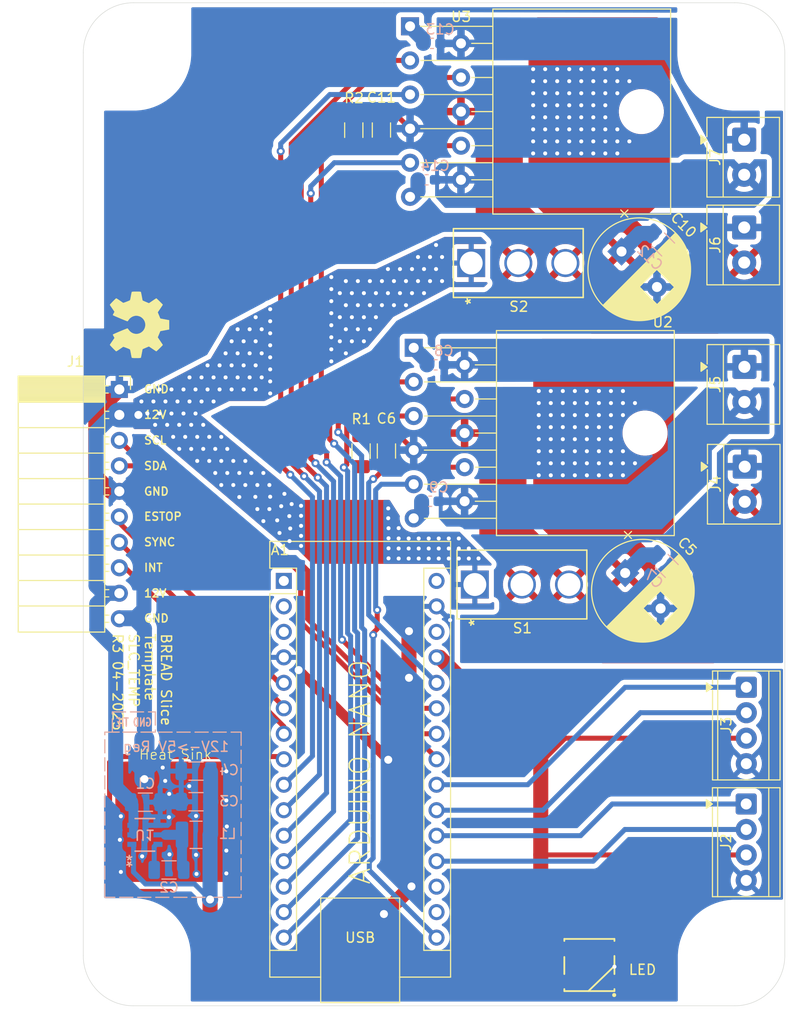
<source format=kicad_pcb>
(kicad_pcb (version 20241229) (generator "pcbnew") (generator_version "9.0")
  (layers (0 "F.Cu" signal) (2 "B.Cu" signal) (13 "F.Paste" user) (15 "B.Paste" user) (5 "F.SilkS" user "F.Silkscreen") (7 "B.SilkS" user "B.Silkscreen") (1 "F.Mask" user) (3 "B.Mask" user) (25 "Edge.Cuts" user))
  (net 0 "")
  (net 3 "/BR2")
  (net 4 "/LED")
  (net 5 "/I2C_CLK")
  (net 6 "GND")
  (net 7 "/I2C_DAT")
  (net 8 "/DIR2")
  (net 9 "/SYNC")
  (net 11 "/PWM2")
  (net 14 "/B2")
  (net 15 "/CSENS1")
  (net 16 "+12V")
  (net 17 "/INT")
  (net 18 "/A2")
  (net 19 "/ESTOP")
  (net 20 "/B1")
  (net 21 "/BR1")
  (net 22 "/CSENS2")
  (net 23 "/PWM1")
  (net 24 "+5V")
  (net 25 "/DIR1")
  (net 26 "Net-(U1-SW)")
  (net 27 "Net-(U1-BST)")
  (net 30 "/THRM1")
  (net 31 "/THRM2")
  (net 32 "/A1")
  (net 33 "GNDPWR")
  (net 34 "/Motor Driver LMD185001/VS")
  (net 35 "/Motor Driver LMD185001/OUTPUT1")
  (net 36 "/Motor Driver LMD185001/CBOOT1")
  (net 37 "/Motor Driver LMD185001/OUTPUT2")
  (net 38 "/Motor Driver LMD185001/CBOOT2")
  (net 39 "/Motor Driver LMD185002/VS")
  (net 40 "/Motor Driver LMD185002/OUTPUT1")
  (net 41 "/Motor Driver LMD185002/CBOOT1")
  (net 42 "/Motor Driver LMD185002/CBOOT2")
  (net 43 "/Motor Driver LMD185002/OUTPUT2")
  (net 44 "/Motor Driver LMD185001/+VDC")
  (net 45 "/Motor Driver LMD185002/+VDC")
  (footprint "MountingHole:MountingHole_5mm" (layer "F.Cu") (at 127.6 44.8)
    (property "Reference" "H1" (hide yes))
    (property "Value" "MountingHole")
  )
  (footprint "MountingHole:MountingHole_5mm" (layer "F.Cu") (at 187.6 44.8)
    (property "Reference" "H3" (hide yes))
    (property "Value" "MountingHole")
  )
  (footprint "MountingHole:MountingHole_5mm" (layer "F.Cu") (at 127.6 134.8)
    (property "Reference" "H2" (hide yes))
    (property "Value" "MountingHole")
  )
  (footprint "MountingHole:MountingHole_5mm" (layer "F.Cu") (at 187.6 134.8)
    (property "Reference" "H4" (hide yes))
    (property "Value" "MountingHole")
  )
  (footprint "KMLib_Boards_Modules:Arduino_Nano_Headers" (layer "F.Cu") (at 142.61 97.44)
    (property "Reference" "A1")
    (property "Value" "Arduino_Nano_v3.x")
  )
  (footprint "Symbol:OSHW-Symbol_6.7x6mm_SilkScreen" (layer "F.Cu") (at 128.2 71.9 -90)
    (property "Reference" "Logo1" (hide yes))
    (property "Value" "Logo_Open_Hardware_Small" (hide yes))
  )
  (footprint "Connector_PinSocket_2.54mm:PinSocket_1x10_P2.54mm_Horizontal" (layer "F.Cu") (at 126.2 78.35)
    (property "Reference" "J1")
    (property "Value" "Conn_01x10_Socket")
  )
  (footprint "TerminalBlock_TE-Connectivity:TerminalBlock_TE_282834-4_1x04_P2.54mm_Horizontal" (layer "F.Cu") (at 188.76 108.04 -90)
    (property "Reference" "J3")
    (property "Value" "Screw_Terminal_01x04")
  )
  (footprint "Capacitor_THT:CP_Radial_D10.0mm_P5.00mm" (layer "F.Cu") (at 176.670692 96.65 -45)
    (property "Reference" "C5")
    (property "Value" "220uF_T")
  )
  (footprint "Capacitor_SMD:C_1206_3216Metric_Pad1.33x1.80mm_HandSolder" (layer "F.Cu") (at 152.85 84.4875 90)
    (property "Reference" "C6")
    (property "Value" "1u")
  )
  (footprint "Package_TO_SOT_THT:TO-220-11_P3.4x5.08mm_StaggerOdd_Lead8.45mm_TabDown" (layer "F.Cu") (at 155.208301 42.15 -90)
    (property "Reference" "U3")
    (property "Value" "LMD18200T_NOPB")
  )
  (footprint "SparkFun-LED:WS2812-5050-4PIN" (layer "F.Cu") (at 173.1 135.732769)
    (property "Reference" "D1")
    (property "Value" "WS2812B_5050")
  )
  (footprint "Resistor_SMD:R_1206_3216Metric_Pad1.30x1.75mm_HandSolder" (layer "F.Cu") (at 150.319308 84.5 90)
    (property "Reference" "R1")
    (property "Value" "4.42k")
  )
  (footprint "Resistor_SMD:R_1206_3216Metric_Pad1.30x1.75mm_HandSolder" (layer "F.Cu") (at 149.591699 52.5 90)
    (property "Reference" "R2")
    (property "Value" "4.42k")
  )
  (footprint "kml-custom:SW_Slide-CK-1101M2S3CQE2" (layer "F.Cu") (at 161.308301 65.75 90)
    (property "Reference" "S2")
    (property "Value" "1101M2S3CQE2")
  )
  (footprint "Package_TO_SOT_THT:TO-220-11_P3.4x5.08mm_StaggerOdd_Lead8.45mm_TabDown" (layer "F.Cu") (at 155.570692 74.2 -90)
    (property "Reference" "U2")
    (property "Value" "LMD18200T_NOPB")
  )
  (footprint "TerminalBlock_4Ucon:TerminalBlock_4Ucon_1x02_P3.50mm_Horizontal" (layer "F.Cu") (at 188.55 62.2 -90)
    (property "Reference" "J6")
    (property "Value" "Screw_Terminal_01x02")
  )
  (footprint "kml-custom:Thermal Pad" (layer "F.Cu") (at 131.8 121.45)
    (property "Reference" "HS1")
    (property "Value" "Heatsink_Pad")
  )
  (footprint "TerminalBlock_4Ucon:TerminalBlock_4Ucon_1x02_P3.50mm_Horizontal" (layer "F.Cu") (at 188.55 53.45 -90)
    (property "Reference" "J7")
    (property "Value" "Screw_Terminal_01x02")
  )
  (footprint "kml-custom:SW_Slide-CK-1101M2S3CQE2" (layer "F.Cu") (at 161.670692 97.8 90)
    (property "Reference" "S1")
    (property "Value" "1101M2S3CQE2")
  )
  (footprint "TerminalBlock_4Ucon:TerminalBlock_4Ucon_1x02_P3.50mm_Horizontal" (layer "F.Cu") (at 188.570692 76.1 -90)
    (property "Reference" "J5")
    (property "Value" "Screw_Terminal_01x02")
  )
  (footprint "Capacitor_THT:CP_Radial_D10.0mm_P5.00mm" (layer "F.Cu") (at 176.308301 64.6 -45)
    (property "Reference" "C10")
    (property "Value" "220uF_T")
  )
  (footprint "TerminalBlock_TE-Connectivity:TerminalBlock_TE_282834-4_1x04_P2.54mm_Horizontal" (layer "F.Cu") (at 188.75 119.68 -90)
    (property "Reference" "J2")
    (property "Value" "Screw_Terminal_01x04")
  )
  (footprint "TerminalBlock_4Ucon:TerminalBlock_4Ucon_1x02_P3.50mm_Horizontal" (layer "F.Cu") (at 188.603192 86.05 -90)
    (property "Reference" "J4")
    (property "Value" "Screw_Terminal_01x02")
  )
  (footprint "Capacitor_SMD:C_1206_3216Metric_Pad1.33x1.80mm_HandSolder" (layer "F.Cu") (at 152.35 52.4875 90)
    (property "Reference" "C11")
    (property "Value" "1u")
  )
  (footprint "NetTie:NetTie-2_SMD_Pad2.0mm" (layer "B.Cu") (at 128.7 115.2 90)
    (property "Reference" "NT1" (hide yes))
    (property "Value" "NetTie_2" (hide yes))
  )
  (footprint "Capacitor_SMD:C_1206_3216Metric" (layer "B.Cu") (at 128.8 119.5 180)
    (property "Reference" "C1")
    (property "Value" "22uF")
  )
  (footprint "Capacitor_SMD:C_0603_1608Metric_Pad1.08x0.95mm_HandSolder" (layer "B.Cu") (at 157.395801 43.85 180)
    (property "Reference" "C13")
    (property "Value" "10n")
  )
  (footprint "kml-custom:SOIC_05WU-7_DIO" (layer "B.Cu") (at 128.75 122.755)
    (property "Reference" "U1")
    (property "Value" "AP63205")
  )
  (footprint "Capacitor_SMD:C_0603_1608Metric_Pad1.08x0.95mm_HandSolder" (layer "B.Cu") (at 157.758192 75.9 180)
    (property "Reference" "C8")
    (property "Value" "10n")
  )
  (footprint "Capacitor_SMD:C_1206_3216Metric" (layer "B.Cu") (at 131.15 126.255 180)
    (property "Reference" "C2")
    (property "Value" "100nF")
  )
  (footprint "Capacitor_SMD:C_1206_3216Metric" (layer "B.Cu") (at 133.85 119.455)
    (property "Reference" "C3")
    (property "Value" "22uF")
  )
  (footprint "Capacitor_SMD:C_1206_3216Metric" (layer "B.Cu") (at 133.85 116.4)
    (property "Reference" "C4")
    (property "Value" "22uF")
  )
  (footprint "Capacitor_SMD:C_0603_1608Metric_Pad1.08x0.95mm_HandSolder" (layer "B.Cu") (at 157.220692 89.5)
    (property "Reference" "C9")
    (property "Value" "10n")
  )
  (footprint "Capacitor_SMD:C_1206_3216Metric_Pad1.33x1.80mm_HandSolder" (layer "B.Cu") (at 180.458301 63.9 -45)
    (property "Reference" "C12")
    (property "Value" "1u")
  )
  (footprint "Inductor_SMD:L_1210_3225Metric" (layer "B.Cu") (at 133.85 122.755)
    (property "Reference" "L1")
    (property "Value" "4.7uH")
  )
  (footprint "Capacitor_SMD:C_1206_3216Metric_Pad1.33x1.80mm_HandSolder" (layer "B.Cu") (at 180.820692 95.95 -45)
    (property "Reference" "C7")
    (property "Value" "1u")
  )
  (footprint "Capacitor_SMD:C_0603_1608Metric_Pad1.08x0.95mm_HandSolder" (layer "B.Cu") (at 156.858301 57.45)
    (property "Reference" "C14")
    (property "Value" "10n")
  )
  (gr_rect (start 125.5 110.5) (end 129.79 112.51) (stroke (width 0.12) (type dash)) (fill no) (layer "B.SilkS"))
  (gr_rect (start 124.75 112.516) (end 138.35 128.984) (stroke (width 0.12) (type dash)) (fill no) (layer "B.SilkS"))
  (gr_line (start 192.6 44.8) (end 192.6 94.8) (stroke (width 0.05)) (layer "Edge.Cuts"))
  (gr_arc (start 187.6 39.8) (mid 191.135534 41.264466) (end 192.6 44.8) (stroke (width 0.05)) (layer "Edge.Cuts"))
  (gr_arc (start 192.6 134.8) (mid 191.135534 138.335534) (end 187.6 139.8) (stroke (width 0.05)) (layer "Edge.Cuts"))
  (gr_line (start 152.6 39.8) (end 187.6 39.8) (stroke (width 0.05)) (layer "Edge.Cuts"))
  (gr_arc (start 122.6 44.8) (mid 124.064466 41.264466) (end 127.6 39.8) (stroke (width 0.05)) (layer "Edge.Cuts"))
  (gr_line (start 192.6 94.8) (end 192.6 134.8) (stroke (width 0.05)) (layer "Edge.Cuts"))
  (gr_line (start 122.6 134.8) (end 122.6 44.8) (stroke (width 0.05)) (layer "Edge.Cuts"))
  (gr_line (start 127.6 39.8) (end 152.6 39.8) (stroke (width 0.05)) (layer "Edge.Cuts"))
  (gr_arc (start 127.6 139.8) (mid 124.064466 138.335534) (end 122.6 134.8) (stroke (width 0.05)) (layer "Edge.Cuts"))
  (gr_line (start 127.6 139.8) (end 187.6 139.8) (stroke (width 0.05)) (layer "Edge.Cuts"))
  (gr_text "INT" (at 129.591428 96.122 0) (layer "F.SilkS") (effects (font (size 0.8 0.8))))
  (gr_text "LED" (at 178.4 136.2 0) (layer "F.SilkS") (effects (font (size 1 1))))
  (gr_text "BREAD Slice\nTemplate\nSLC_TEMP\nR3 04-2025" (at 128.45 102.6 270) (layer "F.SilkS") (effects (font (size 1 1)) (justify left)))
  (gr_text "SYNC" (at 130.22 93.572 0) (layer "F.SilkS") (effects (font (size 0.8 0.8))))
  (gr_text "SDA" (at 129.800952 85.972 0) (layer "F.SilkS") (effects (font (size 0.8 0.8))))
  (gr_text "GND" (at 129.89619 101.172 0) (layer "F.SilkS") (effects (font (size 0.8 0.8))))
  (gr_text "12V" (at 129.781905 98.672 0) (layer "F.SilkS") (effects (font (size 0.8 0.8))))
  (gr_text "ESTOP" (at 130.543809 91.022 0) (layer "F.SilkS") (effects (font (size 0.8 0.8))))
  (gr_text "12V" (at 129.781905 80.872 0) (layer "F.SilkS") (effects (font (size 0.8 0.8))))
  (gr_text "GND" (at 129.89619 88.522 0) (layer "F.SilkS") (effects (font (size 0.8 0.8))))
  (gr_text "SCL" (at 129.781905 83.422 0) (layer "F.SilkS") (effects (font (size 0.8 0.8))))
  (gr_text "ARDUINO NANO" (at 150.22 116.49 90) (layer "F.SilkS") (effects (font (size 2 2))))
  (gr_text "GND" (at 129.89619 78.322 0) (layer "F.SilkS") (effects (font (size 0.8 0.8))))
  (gr_text "12V->5V Reg" (at 131.85 114.555 0) (layer "B.SilkS") (effects (font (size 1 1)) (justify bottom mirror)))
  (gr_text "GND TIE" (at 127.62 112.01 0) (layer "B.SilkS") (effects (font (size 0.8 0.6)) (justify bottom mirror)))
  (segment (start 145.026827 86.164162) (end 144.346947 85.484281) (width 0.5) (layer "F.Cu") (net 3))
  (segment (start 146.001333 87.138667) (end 145.026827 86.164162) (width 0.5) (layer "F.Cu") (net 3))
  (segment (start 144.346947 85.484281) (end 144.346947 54.17146) (width 0.5) (layer "F.Cu") (net 3))
  (segment (start 151.268407 47.25) (end 160.288301 47.25) (width 0.5) (layer "F.Cu") (net 3))
  (segment (start 144.346947 54.17146) (end 151.268407 47.25) (width 0.5) (layer "F.Cu") (net 3))
  (via (at 146.001333 87.138667) (size 0.8) (drill 0.4) (layers "F.Cu" "B.Cu") (net 3))
  (segment (start 146.872 88.009336) (end 146.872 118.578) (width 0.5) (layer "B.Cu") (net 3))
  (segment (start 146.001333 87.138667) (end 146.001333 87.138669) (width 0.5) (layer "B.Cu") (net 3))
  (segment (start 146.001333 87.138669) (end 146.872 88.009336) (width 0.5) (layer "B.Cu") (net 3))
  (segment (start 146.872 118.578) (end 142.61 122.84) (width 0.5) (layer "B.Cu") (net 3))
  (segment (start 160.038301 47) (end 160.288301 47.25) (width 0.5) (layer "B.Cu") (net 3))
  (segment (start 125.225 115.525) (end 125.8 114.95) (width 0.5) (layer "F.Cu") (net 4))
  (segment (start 142.34 114.95) (end 142.61 115.22) (width 0.5) (layer "F.Cu") (net 4))
  (segment (start 177 135.455769) (end 177 138.35) (width 0.5) (layer "F.Cu") (net 4))
  (segment (start 125.8 114.95) (end 142.34 114.95) (width 0.5) (layer "F.Cu") (net 4))
  (segment (start 131.3 128.4) (end 126.2 128.4) (width 0.5) (layer "F.Cu") (net 4))
  (segment (start 176.3 139.05) (end 139.352944 139.05) (width 0.5) (layer "F.Cu") (net 4))
  (segment (start 175.677 134.132769) (end 177 135.455769) (width 0.5) (layer "F.Cu") (net 4))
  (segment (start 125.225 127.425) (end 125.225 115.525) (width 0.5) (layer "F.Cu") (net 4))
  (segment (start 142.61 115.22) (end 142.69 115.22) (width 0.5) (layer "F.Cu") (net 4))
  (segment (start 134.05 131.15) (end 131.3 128.4) (width 0.5) (layer "F.Cu") (net 4))
  (segment (start 139.352944 139.05) (end 134.05 133.747056) (width 0.5) (layer "F.Cu") (net 4))
  (segment (start 134.05 133.747056) (end 134.05 131.15) (width 0.5) (layer "F.Cu") (net 4))
  (segment (start 177 138.35) (end 176.3 139.05) (width 0.5) (layer "F.Cu") (net 4))
  (segment (start 126.2 128.4) (end 125.225 127.425) (width 0.5) (layer "F.Cu") (net 4))
  (segment (start 144.99 96.398636) (end 144.99 101.24) (width 0.5) (layer "F.Cu") (net 5))
  (segment (start 126.2 83.43) (end 137.909 95.139) (width 0.5) (layer "F.Cu") (net 5))
  (segment (start 144.99 101.24) (end 156.43 112.68) (width 0.5) (layer "F.Cu") (net 5))
  (segment (start 156.43 112.68) (end 157.85 112.68) (width 0.5) (layer "F.Cu") (net 5))
  (segment (start 137.909 95.139) (end 143.730364 95.139) (width 0.5) (layer "F.Cu") (net 5))
  (segment (start 143.730364 95.139) (end 144.99 96.398636) (width 0.5) (layer "F.Cu") (net 5))
  (segment (start 175.6 135.9) (end 175.6 137.255769) (width 0.5) (layer "F.Cu") (net 6))
  (segment (start 153.03 115.27) (end 144.09 106.33) (width 1) (layer "F.Cu") (net 6))
  (segment (start 155.1 107.1) (end 155.1 102.45) (width 1.5) (layer "F.Cu") (net 6))
  (segment (start 155.35 127.9) (end 152.6 130.65) (width 1.5) (layer "F.Cu") (net 6))
  (via (at 144.09 106.33) (size 1.2) (drill 0.8) (layers "F.Cu" "B.Cu") (net 6))
  (via (at 133.85 120.875) (size 0.8) (drill 0.4) (layers "F.Cu" "B.Cu") (net 6))
  (via (at 133.85 124.75) (size 0.8) (drill 0.4) (layers "F.Cu" "B.Cu") (net 6))
  (via (at 136.875 116.425) (size 0.8) (drill 0.4) (layers "F.Cu" "B.Cu") (net 6))
  (via (at 126.35 126.455) (size 0.8) (drill 0.4) (layers "F.Cu" "B.Cu") (net 6))
  (via (at 152.6 130.65) (size 1.2) (drill 0.8) (layers "F.Cu" "B.Cu") (net 6))
  (via (at 128.7 117.2) (size 1.6) (drill 0.8) (layers "F.Cu" "B.Cu") (net 6))
  (via (at 130.775 117.375) (size 0.8) (drill 0.4) (layers "F.Cu" "B.Cu") (net 6))
  (via (at 136.875 126.6) (size 0.8) (drill 0.4) (layers "F.Cu" "B.Cu") (net 6))
  (via (at 131.175 118.675) (size 0.8) (drill 0.4) (layers "F.Cu" "B.Cu") (net 6))
  (via (at 155.1 107.1) (size 1.2) (drill 0.8) (layers "F.Cu" "B.Cu") (net 6))
  (via (at 153.03 115.27) (size 1.2) (drill 0.8) (layers "F.Cu" "B.Cu") (net 6))
  (via (at 133.175 117.9) (size 0.8) (drill 0.4) (layers "F.Cu" "B.Cu") (net 6))
  (via (at 136.925 121.92) (size 0.8) (drill 0.4) (layers "F.Cu" "B.Cu") (net 6))
  (via (at 130.525 116.05) (size 0.8) (drill 0.4) (layers "F.Cu" "B.Cu") (net 6))
  (via (at 133.9 126.65) (size 0.8) (drill 0.4) (layers "F.Cu" "B.Cu") (net 6))
  (via (at 175.6 135.9) (size 0.8) (drill 0.4) (layers "F.Cu" "B.Cu") (net 6))
  (via (at 155.35 127.9) (size 1.2) (drill 0.8) (layers "F.Cu" "B.Cu") (net 6))
  (via (at 126.25 123.25) (size 0.8) (drill 0.4) (layers "F.Cu" "B.Cu") (net 6))
  (via (at 136.875 124.325) (size 0.8) (drill 0.4) (layers "F.Cu" "B.Cu") (net 6))
  (via (at 126.35 120.9) (size 0.8) (drill 0.4) (layers "F.Cu" "B.Cu") (net 6))
  (via (at 136.875 119.325) (size 0.8) (drill 0.4) (layers "F.Cu" "B.Cu") (net 6))
  (via (at 155.1 102.45) (size 1.2) (drill 0.8) (layers "F.Cu" "B.Cu") (net 6))
  (via (at 131.15 121) (size 0.8) (drill 0.4) (layers "F.Cu" "B.Cu") (net 6))
  (via (at 131.2 124.7) (size 0.8) (drill 0.4) (layers "F.Cu" "B.Cu") (net 6))
  (via (at 159.2 101.35) (size 0.8) (drill 0.4) (layers "F.Cu" "B.Cu") (net 6))
  (via (at 128.475 124.9) (size 0.8) (drill 0.4) (layers "F.Cu" "B.Cu") (net 6))
  (segment (start 129.8875 121.805) (end 128.8 121.805) (width 0.5) (layer "B.Cu") (net 6))
  (segment (start 128.8 121.805) (end 128.75 121.855) (width 0.5) (layer "B.Cu") (net 6))
  (segment (start 130.32 119.455) (end 132.375 119.455) (width 1.5) (layer "B.Cu") (net 6))
  (segment (start 131.105 120.955) (end 129.85 120.955) (width 0.5) (layer "B.Cu") (net 6))
  (segment (start 128.95 120.955) (end 128.75 121.155) (width 0.5) (layer "B.Cu") (net 6))
  (segment (start 128.75 124.625) (end 128.475 124.9) (width 0.5) (layer "B.Cu") (net 6))
  (segment (start 157.85 100) (end 159.2 101.35) (width 0.5) (layer "B.Cu") (net 6))
  (segment (start 131 121.805) (end 131.15 121.655) (width 0.5) (layer "B.Cu") (net 6))
  (segment (start 129.85 121.7675) (end 129.8875 121.805) (width 0.5) (layer "B.Cu") (net 6))
  (segment (start 129.85 120.955) (end 128.95 120.955) (width 0.5) (layer "B.Cu") (net 6))
  (segment (start 157.85 99.98) (end 157.85 100) (width 0.5) (layer "B.Cu") (net 6))
  (segment (start 131.15 119.455) (end 131.15 120.255) (width 0.5) (layer "B.Cu") (net 6))
  (segment (start 131.15 119.455) (end 131.15 118.755) (width 0.5) (layer "B.Cu") (net 6))
  (segment (start 128.75 121.855) (end 128.75 124.625) (width 0.5) (layer "B.Cu") (net 6))
  (segment (start 131.15 121) (end 131.105 120.955) (width 0.5) (layer "B.Cu") (net 6))
  (segment (start 128.75 121.155) (end 128.75 121.855) (width 0.5) (layer "B.Cu") (net 6))
  (segment (start 131.15 121.655) (end 131.15 120.255) (width 0.5) (layer "B.Cu") (net 6))
  (segment (start 130.275 119.5) (end 130.32 119.455) (width 1.5) (layer "B.Cu") (net 6))
  (segment (start 129.8875 121.805) (end 131 121.805) (width 0.5) (layer "B.Cu") (net 6))
  (segment (start 129.85 120.955) (end 129.85 121.7675) (width 0.5) (layer "B.Cu") (net 6))
  (segment (start 131.15 121) (end 131.15 120.255) (width 0.5) (layer "B.Cu") (net 6))
  (segment (start 144.289 101.530364) (end 144.289 96.719) (width 0.5) (layer "F.Cu") (net 7))
  (segment (start 137.57 95.84) (end 127.7 85.97) (width 0.5) (layer "F.Cu") (net 7))
  (segment (start 157.85 115.091364) (end 144.289 101.530364) (width 0.5) (layer "F.Cu") (net 7))
  (segment (start 127.7 85.97) (end 126.2 85.97) (width 0.5) (layer "F.Cu") (net 7))
  (segment (start 144.289 96.719) (end 143.41 95.84) (width 0.5) (layer "F.Cu") (net 7))
  (segment (start 157.85 115.22) (end 157.85 115.091364) (width 0.5) (layer "F.Cu") (net 7))
  (segment (start 143.41 95.84) (end 137.57 95.84) (width 0.5) (layer "F.Cu") (net 7))
  (segment (start 144.636803 86.976221) (end 143.35 85.689418) (width 0.5) (layer "F.Cu") (net 8))
  (segment (start 143.35 85.689418) (end 143.35 53.85) (width 0.5) (layer "F.Cu") (net 8))
  (segment (start 151.65 45.55) (end 155.208301 45.55) (width 0.5) (layer "F.Cu") (net 8))
  (segment (start 144.636803 87.001249) (end 144.636803 86.976221) (width 0.5) (layer "F.Cu") (net 8))
  (segment (start 143.35 53.85) (end 151.65 45.55) (width 0.5) (layer "F.Cu") (net 8))
  (via (at 144.636803 87.001249) (size 0.8) (drill 0.4) (layers "F.Cu" "B.Cu") (net 8))
  (segment (start 146.171 116.739) (end 142.61 120.3) (width 0.5) (layer "B.Cu") (net 8))
  (segment (start 144.661831 87.001249) (end 146.171 88.510418) (width 0.5) (layer "B.Cu") (net 8))
  (segment (start 146.171 88.510418) (end 146.171 116.739) (width 0.5) (layer "B.Cu") (net 8))
  (segment (start 144.636803 87.001249) (end 144.661831 87.001249) (width 0.5) (layer "B.Cu") (net 8))
  (segment (start 142.61 111.96) (end 142.61 112.68) (width 0.5) (layer "F.Cu") (net 9))
  (segment (start 126.2 96.13) (end 126.78 96.13) (width 0.5) (layer "F.Cu") (net 9))
  (segment (start 126.78 96.13) (end 142.61 111.96) (width 0.5) (layer "F.Cu") (net 9))
  (segment (start 142.3 85.9) (end 142.3 54.6) (width 0.5) (layer "F.Cu") (net 11))
  (segment (start 143.255 86.855) (end 142.3 85.9) (width 0.5) (layer "F.Cu") (net 11))
  (via (at 142.3 54.6) (size 0.8) (drill 0.4) (layers "F.Cu" "B.Cu") (net 11))
  (via (at 143.255 86.855) (size 0.8) (drill 0.4) (layers "F.Cu" "B.Cu") (net 11))
  (segment (start 142.3 53.85) (end 147.2 48.95) (width 0.5) (layer "B.Cu") (net 11))
  (segment (start 143.255 86.855) (end 145.47 89.07) (width 0.5) (layer "B.Cu") (net 11))
  (segment (start 145.47 114.9) (end 142.61 117.76) (width 0.5) (layer "B.Cu") (net 11))
  (segment (start 145.47 89.07) (end 145.47 114.9) (width 0.5) (layer "B.Cu") (net 11))
  (segment (start 147.2 48.95) (end 155.208301 48.95) (width 0.5) (layer "B.Cu") (net 11))
  (segment (start 142.3 54.6) (end 142.3 53.85) (width 0.5) (layer "B.Cu") (net 11))
  (segment (start 157.85 120.3) (end 168.47 120.3) (width 0.5) (layer "B.Cu") (net 14))
  (segment (start 168.47 120.3) (end 178.19 110.58) (width 0.5) (layer "B.Cu") (net 14))
  (segment (start 178.19 110.58) (end 188.76 110.58) (width 0.5) (layer "B.Cu") (net 14))
  (segment (start 151.53 87.28) (end 151.62 87.28) (width 0.5) (layer "F.Cu") (net 15))
  (segment (start 152.9 86.1) (end 152.85 86.05) (width 0.5) (layer "F.Cu") (net 15))
  (segment (start 152.85 86.05) (end 150.319308 86.05) (width 0.5) (layer "F.Cu") (net 15))
  (segment (start 160.650692 86.1) (end 152.9 86.1) (width 0.5) (layer "F.Cu") (net 15))
  (segment (start 151.62 87.28) (end 152.85 86.05) (width 0.5) (layer "F.Cu") (net 15))
  (via (at 151.53 87.28) (size 0.8) (drill 0.4) (layers "F.Cu" "B.Cu") (net 15))
  (segment (start 151.078 100.828) (end 157.85 107.6) (width 0.5) (layer "B.Cu") (net 15))
  (segment (start 151.48 87.28) (end 151.078 87.682) (width 0.5) (layer "B.Cu") (net 15))
  (segment (start 151.078 87.682) (end 151.078 100.828) (width 0.5) (layer "B.Cu") (net 15))
  (segment (start 151.53 87.28) (end 151.48 87.28) (width 0.5) (layer "B.Cu") (net 15))
  (via (at 139.77 89.06) (size 0.8) (drill 0.4) (layers "F.Cu" "B.Cu") (net 16))
  (via (at 161.07 95.21) (size 0.8) (drill 0.4) (layers "F.Cu" "B.Cu") (net 16))
  (via (at 136.8 77.15) (size 0.8) (drill 0.4) (layers "F.Cu" "B.Cu") (net 16))
  (via (at 153 66.35) (size 0.8) (drill 0.4) (layers "F.Cu" "B.Cu") (net 16))
  (via (at 129.6 79.55) (size 0.8) (drill 0.4) (layers "F.Cu" "B.Cu") (net 16))
  (via (at 132.6 78.35) (size 0.8) (drill 0.4) (layers "F.Cu" "B.Cu") (net 16))
  (via (at 153.06 93.19) (size 0.8) (drill 0.4) (layers "F.Cu" "B.Cu") (net 16))
  (via (at 158.07 93.21) (size 0.8) (drill 0.4) (layers "F.Cu" "B.Cu") (net 16))
  (via (at 156 67.55) (size 0.8) (drill 0.4) (layers "F.Cu" "B.Cu") (net 16))
  (via (at 160.07 93.21) (size 0.8) (drill 0.4) (layers "F.Cu" "B.Cu") (net 16))
  (via (at 148.2 71.15) (size 0.8) (drill 0.4) (layers "F.Cu" "B.Cu") (net 16))
  (via (at 129 80.75) (size 0.8) (drill 0.4) (layers "F.Cu" "B.Cu") (net 16))
  (via (at 154.8 69.95) (size 0.8) (drill 0.4) (layers "F.Cu" "B.Cu") (net 16))
  (via (at 158.07 94.21) (size 0.8) (drill 0.4) (layers "F.Cu" "B.Cu") (net 16))
  (via (at 135.77 84.28) (size 0.8) (drill 0.4) (layers "F.Cu" "B.Cu") (net 16))
  (via (at 140.57 91.48) (size 0.8) (drill 0.4) (layers "F.Cu" "B.Cu") (net 16))
  (via (at 137.4 73.55) (size 0.8) (drill 0.4) (layers "F.Cu" "B.Cu") (net 16))
  (via (at 154.2 68.75) (size 0.8) (drill 0.4) (layers "F.Cu" "B.Cu") (net 16))
  (via (at 150 69.95) (size 0.8) (drill 0.4) (layers "F.Cu" "B.Cu") (net 16))
  (via (at 153.03 90.21) (size 0.8) (drill 0.4) (layers "F.Cu" "B.Cu") (net 16))
  (via (at 142.35 89.99) (size 0.8) (drill 0.4) (layers "F.Cu" "B.Cu") (net 16))
  (via (at 153.06 94.19) (size 0.8) (drill 0.4) (layers "F.Cu" "B.Cu") (net 16))
  (via (at 157.8 66.35) (size 0.8) (drill 0.4) (layers "F.Cu" "B.Cu") (net 16))
  (via (at 139.2 77.15) (size 0.8) (drill 0.4) (layers "F.Cu" "B.Cu") (net 16))
  (via (at 147.35 75.55) (size 0.8) (drill 0.4) (layers "F.Cu" "B.Cu") (net 16))
  (via (at 136.37 83.08) (size 0.8) (drill 0.4) (layers "F.Cu" "B.Cu") (net 16))
  (via (at 154.07 92.18) (size 0.8) (drill 0.4) (layers "F.Cu" "B.Cu") (net 16))
  (via (at 132.6 80.75) (size 0.8) (drill 0.4) (layers "F.Cu" "B.Cu") (net 16))
  (via (at 141.25 77.55) (size 0.8) (drill 0.4) (layers "F.Cu" "B.Cu") (net 16))
  (via (at 153.06 95.19) (size 0.8) (drill 0.4) (layers "F.Cu" "B.Cu") (net 16))
  (via (at 132 79.55) (size 0.8) (drill 0.4) (layers "F.Cu" "B.Cu") (net 16))
  (via (at 139.37 86.68) (size 0.8) (drill 0.4) (layers "F.Cu" "B.Cu") (net 16))
  (via (at 147.35 70.75) (size 0.8) (drill 0.4) (layers "F.Cu" "B.Cu") (net 16))
  (via (at 158.4 67.55) (size 0.8) (drill 0.4) (layers "F.Cu" "B.Cu") (net 16))
  (via (at 141.25 73.95) (size 0.8) (drill 0.4) (layers "F.Cu" "B.Cu") (net 16))
  (via (at 134.57 81.88) (size 0.8) (drill 0.4) (layers "F.Cu" "B.Cu") (net 16))
  (via (at 141.25 70.35) (size 0.8) (drill 0.4) (layers "F.Cu" "B.Cu") (net 16))
  (via (at 150.6 68.75) (size 0.8) (drill 0.4) (layers "F.Cu" "B.Cu") (net 16))
  (via (at 157.2 65.15) (size 0.8) (drill 0.4) (layers "F.Cu" "B.Cu") (net 16))
  (via (at 133.37 84.28) (size 0.8) (drill 0.4) (layers "F.Cu" "B.Cu") (net 16))
  (via (at 154.07 93.21) (size 0.8) (drill 0.4) (layers "F.Cu" "B.Cu") (net 16))
  (via (at 144.33 92.95) (size 0.8) (drill 0.4) (layers "F.Cu" "B.Cu") (net 16))
  (via (at 133.2 79.55) (size 0.8) (drill 0.4) (layers "F.Cu" "B.Cu") (net 16))
  (via (at 141.17 87.88) (size 0.8) (drill 0.4) (layers "F.Cu" "B.Cu") (net 16))
  (via (at 157.07 94.21) (size 0.8) (drill 0.4) (layers "F.Cu" "B.Cu") (net 16))
  (via (at 143.39 89.78) (size 0.8) (drill 0.4) (layers "F.Cu" "B.Cu") (net 16))
  (via (at 155.07 95.21) (size 0.8) (drill 0.4) (layers "F.Cu" "B.Cu") (net 16))
  (via (at 136.2 78.35) (size 0.8) (drill 0.4) (layers "F.Cu" "B.Cu") (net 16))
  (via (at 136.97 86.68) (size 0.8) (drill 0.4) (layers "F.Cu" "B.Cu") (net 16))
  (via (at 135.77 86.68) (size 0.8) (drill 0.4) (layers "F.Cu" "B.Cu") (net 16))
  (via (at 141.25 89.05) (size 0.8) (drill 0.4) (layers "F.Cu" "B.Cu") (net 16))
  (via (at 150 72.35) (size 0.8) (drill 0.4) (layers "F.Cu" "B.Cu") (net 16))
  (via (at 135.6 79.55) (size 0.8) (drill 0.4) (layers "F.Cu" "B.Cu") (net 16))
  (via (at 153.03 91.19) (size 0.8) (drill 0.4) (layers "F.Cu" "B.Cu") (net 16))
  (via (at 132.17 84.28) (size 0.8) (drill 0.4) (layers "F.Cu" "B.Cu") (net 16))
  (via (at 129.77 81.88) (size 0.8) (drill 0.4) (layers "F.Cu" "B.Cu") (net 16))
  (via (at 136.37 85.48) (size 0.8) (drill 0.4) (layers "F.Cu" "B.Cu") (net 16))
  (via (at 157.07 93.21) (size 0.8) (drill 0.4) (layers "F.Cu" "B.Cu") (net 16))
  (via (at 151.2 69.95) (size 0.8) (drill 0.4) (layers "F.Cu" "B.Cu") (net 16))
  (via (at 156.07 95.21) (size 0.8) (drill 0.4) (layers "F.Cu" "B.Cu") (net 16))
  (via (at 132.17 81.88) (size 0.8) (drill 0.4) (layers "F.Cu" "B.Cu") (net 16))
  (via (at 142.18 92.66) (size 0.8) (drill 0.4) (layers "F.Cu" "B.Cu") (net 16))
  (via (at 143.18 93.47) (size 0.8) (drill 0.4) (layers "F.Cu" "B.Cu") (net 16))
  (via (at 136.2 75.95) (size 0.8) (drill 0.4) (layers "F.Cu" "B.Cu") (net 16))
  (via (at 154.07 94.21) (size 0.8) (drill 0.4) (layers "F.Cu" "B.Cu") (net 16))
  (via (at 136.97 84.28) (size 0.8) (drill 0.4) (layers "F.Cu" "B.Cu") (net 16))
  (via (at 132.77 83.08) (size 0.8) (drill 0.4) (layers "F.Cu" "B.Cu") (net 16))
  (via (at 128.1 80.89) (size 2) (drill 0.8) (layers "F.Cu" "B.Cu") (net 16))
  (via (at 148.8 74.75) (size 0.8) (drill 0.4) (layers "F.Cu" "B.Cu") (net 16))
  (via (at 143.16 90.98) (size 0.8) (drill 0.4) (layers "F.Cu" "B.Cu") (net 16))
  (via (at 147.35 68.35) (size 0.8) (drill 0.4) (layers "F.Cu" "B.Cu") (net 16))
  (via (at 138.17 86.68) (size 0.8) (drill 0.4) (layers "F.Cu" "B.Cu") (net 16))
  (via (at 137.57 87.88) (size 0.8) (drill 0.4) (layers "F.Cu" "B.Cu") (net 16))
  (via (at 156 65.15) (size 0.8) (drill 0.4) (layers "F.Cu" "B.Cu") (net 16))
  (via (at 133.37 81.88) (size 0.8) (drill 0.4) (layers "F.Cu" "B.Cu") (net 16))
  (via (at 138.6 73.55) (size 0.8) (drill 0.4) (layers "F.Cu" "B.Cu") (net 16))
  (via (at 140.57 86.68) (size 0.8) (drill 0.4) (layers "F.Cu" "B.Cu") (net 16))
  (via (at 152.4 69.95) (size 0.8) (drill 0.4) (layers "F.Cu" "B.Cu") (net 16))
  (via (at 135.17 85.48) (size 0.8) (drill 0.4) (layers "F.Cu" "B.Cu") (net 16))
  (via (at 138 74.75) (size 0.8) (drill 0.4) (layers "F.Cu" "B.Cu") (net 16))
  (via (at 161.07 94.21) (size 0.8) (drill 0.4) (layers "F.Cu" "B.Cu") (net 16))
  (via (at 131.4 80.75) (size 0.8) (drill 0.4) (layers "F.Cu" "B.Cu") (net 16))
  (via (at 153.6 69.95) (size 0.8) (drill 0.4) (layers "F.Cu" "B.Cu") (net 16))
  (via (at 147.35 74.35) (size 0.8) (drill 0.4) (layers "F.Cu" "B.Cu") (net 16))
  (via (at 152.4 67.55) (size 0.8) (drill 0.4) (layers "F.Cu" "B.Cu") (net 16))
  (via (at 139.97 90.28) (size 0.8) (drill 0.4) (layers "F.Cu" "B.Cu") (net 16))
  (via (at 141.25 72.75) (size 0.8) (drill 0.4) (layers "F.Cu" "B.Cu") (net 16))
  (via (at 150 67.55) (size 0.8) (drill 0.4) (layers "F.Cu" "B.Cu") (net 16))
  (via (at 135.6 77.15) (size 0.8) (drill 0.4) (layers "F.Cu" "B.Cu") (net 16))
  (via (at 155.4 66.35) (size 0.8) (drill 0.4) (layers "F.Cu" "B.Cu") (net 16))
  (via (at 151.8 71.15) (size 0.8) (drill 0.4) (layers "F.Cu" "B.Cu") (net 16))
  (via (at 139.8 75.95) (size 0.8) (drill 0.4) (layers "F.Cu" "B.Cu") (net 16))
  (via (at 137.4 78.35) (size 0.8) (drill 0.4) (layers "F.Cu" "B.Cu") (net 16))
  (via (at 154.8 67.55) (size 0.8) (drill 0.4) (layers "F.Cu" "B.Cu") (net 16))
  (via (at 135 78.35) (size 0.8) (drill 0.4) (layers "F.Cu" "B.Cu") (net 16))
  (via (at 151.8 68.75) (size 0.8) (drill 0.4) (layers "F.Cu" "B.Cu") (net 16))
  (via (at 156.6 66.35) (size 0.8) (drill 0.4) (layers "F.Cu" "B.Cu") (net 16))
  (via (at 148.2 68.75) (size 0.8) (drill 0.4) (layers "F.Cu" "B.Cu") (net 16))
  (via (at 156.6 68.75) (size 0.8) (drill 0.4) (layers "F.Cu" "B.Cu") (net 16))
  (via (at 141.17 90.28) (size 0.8) (drill 0.4) (layers "F.Cu" "B.Cu") (net 16))
  (via (at 151.2 72.35) (size 0.8) (drill 0.4) (layers "F.Cu" "B.Cu") (net 16))
  (via (at 130.97 81.88) (size 0.8) (drill 0.4) (layers "F.Cu" "B.Cu") (net 16))
  (via (at 137.57 85.48) (size 0.8) (drill 0.4) (layers "F.Cu" "B.Cu") (net 16))
  (via (at 144.33 89.95) (size 0.8) (drill 0.4) (layers "F.Cu" "B.Cu") (net 16))
  (via (at 134.4 77.15) (size 0.8) (drill 0.4) (layers "F.Cu" "B.Cu") (net 16))
  (via (at 131.4 78.35) (size 0.8) (drill 0.4) (layers "F.Cu" "B.Cu") (net 16))
  (via (at 160.07 95.21) (size 0.8) (drill 0.4) (layers "F.Cu" "B.Cu") (net 16))
  (via (at 147.35 73.15) (size 0.8) (drill 0.4) (layers "F.Cu" "B.Cu") (net 16))
  (via (at 133.97 85.48) (size 0.8) (drill 0.4) (layers "F.Cu" "B.Cu") (net 16))
  (via (at 141.25 78.75) (size 0.8) (drill 0.4) (layers "F.Cu" "B.Cu") (net 16))
  (via (at 138.6 78.35) (size 0.8) (drill 0.4) (layers "F.Cu" "B.Cu") (net 16))
  (via (at 139.8 78.35) (size 0.8) (drill 0.4) (layers "F.Cu" "B.Cu") (net 16))
  (via (at 149.4 68.75) (size 0.8) (drill 0.4) (layers "F.Cu" "B.Cu") (net 16))
  (via (at 136.37 87.88) (size 0.8) (drill 0.4) (layers "F.Cu" "B.Cu") (net 16))
  (via (at 133.97 83.08) (size 0.8) (drill 0.4) (layers "F.Cu" "B.Cu") (net 16))
  (via (at 153 68.75) (size 0.8) (drill 0.4) (layers "F.Cu" "B.Cu") (net 16))
  (via (at 134.4 79.55) (size 0.8) (drill 0.4) (layers "F.Cu" "B.Cu") (net 16))
  (via (at 139.8 71.15) (size 0.8) (drill 0.4) (layers "F.Cu" "B.Cu") (net 16))
  (via (at 155.4 68.75) (size 0.8) (drill 0.4) (layers "F.Cu" "B.Cu") (net 16))
  (via (at 139.8 73.55) (size 0.8) (drill 0.4) (layers "F.Cu" "B.Cu") (net 16))
  (via (at 148.8 72.35) (size 0.8) (drill 0.4) (layers "F.Cu" "B.Cu") (net 16))
  (via (at 157.07 95.21) (size 0.8) (drill 0.4) (layers "F.Cu" "B.Cu") (net 16))
  (via (at 133.2 77.15) (size 0.8) (drill 0.4) (layers "F.Cu" "B.Cu") (net 16))
  (via (at 131.57 83.08) (size 0.8) (drill 0.4) (layers "F.Cu" "B.Cu") (net 16))
  (via (at 148.2 73.55) (size 0.8) (drill 0.4) (layers "F.Cu" "B.Cu") (net 16))
  (via (at 150.6 73.55) (size 0.8) (drill 0.4) (layers "F.Cu" "B.Cu") (net 16))
  (via (at 160.07 94.21) (size 0.8) (drill 0.4) (layers "F.Cu" "B.Cu") (net 16))
  (via (at 133.8 78.35) (size 0.8) (drill 0.4) (layers "F.Cu" "B.Cu") (net 16))
  (via (at 155.07 93.21) (size 0.8) (drill 0.4) (layers "F.Cu" "B.Cu") (net 16))
  (via (at 151.2 67.55) (size 0.8) (drill 0.4) (layers "F.Cu" "B.Cu") (net 16))
  (via (at 139.97 87.88) (size 0.8) (drill 0.4) (layers "F.Cu" "B.Cu") (net 16))
  (via (at 139.2 74.75) (size 0.8) (drill 0.4) (layers "F.Cu" "B.Cu") (net 16))
  (via (at 136.8 74.75) (size 0.8) (drill 0.4) (layers "F.Cu" "B.Cu") (net 16))
  (via (at 134.57 84.28) (size 0.8) (drill 0.4) (layers "F.Cu" "B.Cu") (net 16))
  (via (at 144.33 91.95) (size 0.8) (drill 0.4) (layers "F.Cu" "B.Cu") (net 16))
  (via (at 158.07 95.21) (size 0.8) (drill 0.4) (layers "F.Cu" "B.Cu") (net 16))
  (via (at 135 75.95) (size 0.8) (drill 0.4) (layers "F.Cu" "B.Cu") (net 16))
  (via (at 147.35 67.15) (size 0.8) (drill 0.4) (layers "F.Cu" "B.Cu") (net 16))
  (via (at 141.25 75.15) (size 0.8) (drill 0.4) (layers "F.Cu" "B.Cu") (net 16))
  (via (at 142.67 88.76) (size 0.8) (drill 0.4) (layers "F.Cu" "B.Cu") (net 16))
  (via (at 137.4 75.95) (size 0.8) (drill 0.4) (layers "F.Cu" "B.Cu") (net 16))
  (via (at 158.4 65.15) (size 0.8) (drill 0.4) (layers "F.Cu" "B.Cu") (net 16))
  (via (at 139.2 72.35) (size 0.8) (drill 0.4) (layers "F.Cu" "B.Cu") (net 16))
  (via (at 138.17 89.08) (size 0.8) (drill 0.4) (layers "F.Cu" "B.Cu") (net 16))
  (via (at 156.07 94.21) (size 0.8) (drill 0.4) (layers "F.Cu" "B.Cu") (net 16))
  (via (at 149.4 71.15) (size 0.8) (drill 0.4) (layers "F.Cu" "B.Cu") (net 16))
  (via (at 144.33 90.95) (size 0.8) (drill 0.4) (layers "F.Cu" "B.Cu") (net 16))
  (via (at 143.25 92.21) (size 0.8) (drill 0.4) (layers "F.Cu" "B.Cu") (net 16))
  (via (at 138.77 85.48) (size 0.8) (drill 0.4) (layers "F.Cu" "B.Cu") (net 16))
  (via (at 159.07 95.21) (size 0.8) (drill 0.4) (layers "F.Cu" "B.Cu") (net 16))
  (via (at 154.07 95.21) (size 0.8) (drill 0.4) (layers "F.Cu" "B.Cu") (net 16))
  (via (at 130.2 80.75) (size 0.8) (drill 0.4) (layers "F.Cu" "B.Cu") (net 16))
  (via (at 153.6 67.55) (size 0.8) (drill 0.4) (layers "F.Cu" "B.Cu") (net 16))
  (via (at 138 72.35) (size 0.8) (drill 0.4) (layers "F.Cu" "B.Cu") (net 16))
  (via (at 156.07 93.21) (size 0.8) (drill 0.4) (layers "F.Cu" "B.Cu") (net 16))
  (via (at 138.77 87.88) (size 0.8) (drill 0.4) (layers "F.Cu" "B.Cu") (net 16))
  (via (at 140.4 74.75) (size 0.8) (drill 0.4) (layers "F.Cu" "B.Cu") (net 16))
  (via (at 148.8 69.95) (size 0.8) (drill 0.4) (layers "F.Cu" "B.Cu") (net 16))
  (via (at 157.2 67.55) (size 0.8) (drill 0.4) (layers "F.Cu" "B.Cu") (net 16))
  (via (at 159.07 93.21) (size 0.8) (drill 0.4) (layers "F.Cu" "B.Cu") (net 16))
  (via (at 153.06 92.19) (size 0.8) (drill 0.4) (layers "F.Cu" "B.Cu") (net 16))
  (via (at 140.4 72.35) (size 0.8) (drill 0.4) (layers "F.Cu" "B.Cu") (net 16))
  (via (at 141.95 91.4) (size 0.8) (drill 0.4) (layers "F.Cu" "B.Cu") (net 16))
  (via (at 144.33 93.95) (size 0.8) (drill 0.4) (layers "F.Cu" "B.Cu") (net 16))
  (via (at 141.25 71.55) (size 0.8) (drill 0.4) (layers "F.Cu" "B.Cu") (net 16))
  (via (at 162.04 95.2) (size 0.8) (drill 0.4) (layers "F.Cu" "B.Cu") (net 16))
  (via (at 147.35 71.95) (size 0.8) (drill 0.4) (layers "F.Cu" "B.Cu") (net 16))
  (via (at 128.4 79.55) (size 0.8) (drill 0.4) (layers "F.Cu" "B.Cu") (net 16))
  (via (at 133.8 80.75) (size 0.8) (drill 0.4) (layers "F.Cu" "B.Cu") (net 16))
  (via (at 135.17 83.08) (size 0.8) (drill 0.4) (layers "F.Cu" "B.Cu") (net 16))
  (via (at 148.8 67.55) (size 0.8) (drill 0.4) (layers "F.Cu" "B.Cu") (net 16))
  (via (at 140.4 77.15) (size 0.8) (drill 0.4) (layers "F.Cu" "B.Cu") (net 16))
  (via (at 154.2 66.35) (size 0.8) (drill 0.4) (layers "F.Cu" "B.Cu") (net 16))
  (via (at 149.4 73.55) (size 0.8) (drill 0.4) (layers "F.Cu" "B.Cu") (net 16))
  (via (at 130.8 79.55) (size 0.8) (drill 0.4) (layers "F.Cu" "B.Cu") (net 16))
  (via (at 155.07 94.21) (size 0.8) (drill 0.4) (layers "F.Cu" "B.Cu") (net 16))
  (via (at 150.6 71.15) (size 0.8) (drill 0.4) (layers "F.Cu" "B.Cu") (net 16))
  (via (at 157.8 63.95) (size 0.8) (drill 0.4) (layers "F.Cu" "B.Cu") (net 16))
  (via (at 159.07 94.21) (size 0.8) (drill 0.4) (layers "F.Cu" "B.Cu") (net 16))
  (via (at 147.35 69.55) (size 0.8) (drill 0.4) (layers "F.Cu" "B.Cu") (net 16))
  (via (at 138.6 75.95) (size 0.8) (drill 0.4) (layers "F.Cu" "B.Cu") (net 16))
  (via (at 130.2 78.35) (size 0.8) (drill 0.4) (layers "F.Cu" "B.Cu") (net 16))
  (via (at 138 77.15) (size 0.8) (drill 0.4) (layers "F.Cu" "B.Cu") (net 16))
  (via (at 141.25 76.35) (size 0.8) (drill 0.4) (layers "F.Cu" "B.Cu") (net 16))
  (segment (start 125.005 98.67) (end 123.95 99.725) (width 1.5) (layer "B.Cu") (net 16))
  (segment (start 123.95 99.725) (end 123.95 102.3) (width 1.5) (layer "B.Cu") (net 16))
  (segment (start 126.2 80.89) (end 125.56 80.89) (width 1.5) (layer "B.Cu") (net 16))
  (segment (start 128.1 80.89) (end 126.2 80.89) (width 2.5) (layer "B.Cu") (net 16))
  (segment (start 127.6125 119.7875) (end 127.325 119.5) (width 1) (layer "B.Cu") (net 16))
  (segment (start 127.6125 121.805) (end 127.6125 122.705) (width 0.9) (layer "B.Cu") (net 16))
  (segment (start 127.6125 121.805) (end 127.6125 119.7875) (width 1) (layer "B.Cu") (net 16))
  (segment (start 124.62 98.67) (end 126.2 98.67) (width 1.5) (layer "B.Cu") (net 16))
  (segment (start 123.875 82.575) (end 123.875 97.925) (width 1.5) (layer "B.Cu") (net 16))
  (segment (start 126.2 98.67) (end 125.005 98.67) (width 1.5) (layer "B.Cu") (net 16))
  (segment (start 123.95 102.3) (end 125.84 104.19) (width 1.5) (layer "B.Cu") (net 16))
  (segment (start 123.875 97.925) (end 124.62 98.67) (width 1.5) (layer "B.Cu") (net 16))
  (segment (start 125.84 118.015) (end 127.325 119.5) (width 1.5) (layer "B.Cu") (net 16))
  (segment (start 125.56 80.89) (end 123.875 82.575) (width 1.5) (layer "B.Cu") (net 16))
  (segment (start 125.84 104.19) (end 125.84 118.015) (width 1.5) (layer "B.Cu") (net 16))
  (segment (start 126.2 93.59) (end 142.61 110) (width 0.5) (layer "F.Cu") (net 17))
  (segment (start 142.61 110) (end 142.61 110.14) (width 0.5) (layer "F.Cu") (net 17))
  (segment (start 188.76 108.04) (end 176.67 108.04) (width 0.5) (layer "B.Cu") (net 18))
  (segment (start 166.95 117.76) (end 157.85 117.76) (width 0.5) (layer "B.Cu") (net 18))
  (segment (start 176.67 108.04) (end 166.95 117.76) (width 0.5) (layer "B.Cu") (net 18))
  (segment (start 142.15 107.6) (end 142.61 107.6) (width 0.5) (layer "F.Cu") (net 19))
  (segment (start 126.2 91.65) (end 142.15 107.6) (width 0.5) (layer "F.Cu") (net 19))
  (segment (start 126.2 91.05) (end 126.2 91.65) (width 0.5) (layer "F.Cu") (net 19))
  (segment (start 157.85 125.38) (end 173.48 125.38) (width 0.5) (layer "B.Cu") (net 20))
  (segment (start 173.48 125.38) (end 176.64 122.22) (width 0.5) (layer "B.Cu") (net 20))
  (segment (start 176.64 122.22) (end 188.75 122.22) (width 0.5) (layer "B.Cu") (net 20))
  (segment (start 148.04 81.76514) (end 150.50514 79.3) (width 0.5) (layer "F.Cu") (net 21))
  (segment (start 150.50514 79.3) (end 160.650692 79.3) (width 0.5) (layer "F.Cu") (net 21))
  (segment (start 148.04 82.62) (end 148.04 81.76514) (width 0.5) (layer "F.Cu") (net 21))
  (via (at 148.04 82.62) (size 0.8) (drill 0.4) (layers "F.Cu" "B.Cu") (net 21))
  (segment (start 148.04 82.62) (end 150.377 84.957) (width 0.5) (layer "B.Cu") (net 21))
  (segment (start 150.676 124.934) (end 142.61 133) (width 0.5) (layer "B.Cu") (net 21))
  (segment (start 150.377 102.067735) (end 150.676 102.366735) (width 0.5) (layer "B.Cu") (net 21))
  (segment (start 150.377 84.957) (end 150.377 102.067735) (width 0.5) (layer "B.Cu") (net 21))
  (segment (start 150.676 102.366735) (end 150.676 124.934) (width 0.5) (layer "B.Cu") (net 21))
  (segment (start 146.883068 85.616237) (end 146.883068 84.633068) (width 0.5) (layer "F.Cu") (net 22))
  (segment (start 148.423 103.299959) (end 155.263041 110.14) (width 0.5) (layer "F.Cu") (net 22))
  (segment (start 146.883068 84.633068) (end 146.35 84.1) (width 0.5) (layer "F.Cu") (net 22))
  (segment (start 152.35 54.05) (end 160.288301 54.05) (width 0.5) (layer "F.Cu") (net 22))
  (segment (start 155.263041 110.14) (end 157.85 110.14) (width 0.5) (layer "F.Cu") (net 22))
  (segment (start 147.65 54.05) (end 149.591699 54.05) (width 0.5) (layer "F.Cu") (net 22))
  (segment (start 146.35 84.1) (end 146.35 55.35) (width 0.5) (layer "F.Cu") (net 22))
  (segment (start 149.591699 54.05) (end 152.35 54.05) (width 0.5) (layer "F.Cu") (net 22))
  (segment (start 146.35 55.35) (end 147.65 54.05) (width 0.5) (layer "F.Cu") (net 22))
  (via (at 148.423 103.299959) (size 0.8) (drill 0.4) (layers "F.Cu" "B.Cu") (net 22))
  (via (at 146.883068 85.616237) (size 0.8) (drill 0.4) (layers "F.Cu" "B.Cu") (net 22))
  (segment (start 146.883068 85.616237) (end 148.274 87.007169) (width 0.5) (layer "B.Cu") (net 22))
  (segment (start 148.274 103.150959) (end 148.423 103.299959) (width 0.5) (layer "B.Cu") (net 22))
  (segment (start 148.274 87.007169) (end 148.274 103.150959) (width 0.5) (layer "B.Cu") (net 22))
  (segment (start 148.89 85.840271) (end 148.89 81.906504) (width 0.5) (layer "F.Cu") (net 23))
  (segment (start 148.89 81.906504) (end 149.796504 81) (width 0.5) (layer "F.Cu") (net 23))
  (segment (start 148.599592 86.130679) (end 148.89 85.840271) (width 0.5) (layer "F.Cu") (net 23))
  (segment (start 149.796504 81) (end 155.570692 81) (width 0.5) (layer "F.Cu") (net 23))
  (via (at 148.599592 86.130679) (size 0.8) (drill 0.4) (layers "F.Cu" "B.Cu") (net 23))
  (segment (start 149.274 102.947463) (end 149.274 121.256) (width 0.5) (layer "B.Cu") (net 23))
  (segment (start 148.975 86.506087) (end 148.975 102.648463) (width 0.5) (layer "B.Cu") (net 23))
  (segment (start 148.599592 86.130679) (end 148.975 86.506087) (width 0.5) (layer "B.Cu") (net 23))
  (segment (start 149.274 121.256) (end 142.61 127.92) (width 0.5) (layer "B.Cu") (net 23))
  (segment (start 148.975 102.648463) (end 149.274 102.947463) (width 0.5) (layer "B.Cu") (net 23))
  (segment (start 168.25 115.15) (end 158.16 105.06) (width 1.5) (layer "F.Cu") (net 24))
  (segment (start 170.68 113.12) (end 168.65 115.15) (width 0.5) (layer "F.Cu") (net 24))
  (segment (start 168.25 124.74) (end 168.25 115.15) (width 1.5) (layer "F.Cu") (net 24))
  (segment (start 135.25 133.25) (end 139.85 137.85) (width 1.5) (layer "F.Cu") (net 24))
  (segment (start 135.25 129.2) (end 135.25 133.25) (width 1.5) (layer "F.Cu") (net 24))
  (segment (start 170.532769 134.132769) (end 170.523 134.132769) (width 0.5) (layer "F.Cu") (net 24))
  (segment (start 188.75 124.76) (end 168.27 124.76) (width 0.5) (layer "F.Cu") (net 24))
  (segment (start 158.16 105.06) (end 157.85 105.06) (width 1.5) (layer "F.Cu") (net 24))
  (segment (start 168.27 124.76) (end 168.25 124.74) (width 0.5) (layer "F.Cu") (net 24))
  (segment (start 164.2 137.85) (end 168.25 133.8) (width 1.5) (layer "F.Cu") (net 24))
  (segment (start 168.25 133.8) (end 168.25 124.74) (width 1.5) (layer "F.Cu") (net 24))
  (segment (start 168.65 115.15) (end 168.25 115.15) (width 0.5) (layer "F.Cu") (net 24))
  (segment (start 168.582769 134.132769) (end 170.523 134.132769) (width 0.5) (layer "F.Cu") (net 24))
  (segment (start 139.85 137.85) (end 164.2 137.85) (width 1.5) (layer "F.Cu") (net 24))
  (segment (start 168.25 133.8) (end 168.582769 134.132769) (width 0.5) (layer "F.Cu") (net 24))
  (segment (start 188.76 113.12) (end 170.68 113.12) (width 0.5) (layer "F.Cu") (net 24))
  (via (at 135.25 129.2) (size 1.6) (drill 0.8) (layers "F.Cu" "B.Cu") (net 24))
  (segment (start 135.3 116.48) (end 135.3 119.43) (width 1.5) (layer "B.Cu") (net 24))
  (segment (start 135.3 119.43) (end 135.325 119.455) (width 1.5) (layer "B.Cu") (net 24))
  (segment (start 135.25 129.2) (end 133.7 127.65) (width 0.5) (layer "B.Cu") (net 24))
  (segment (start 127.6125 126.4625) (end 127.6125 123.705) (width 0.5) (layer "B.Cu") (net 24))
  (segment (start 128.8 127.65) (end 127.6125 126.4625) (width 0.5) (layer "B.Cu") (net 24))
  (segment (start 135.3 119.48) (end 135.3 122.705) (width 1.5) (layer "B.Cu") (net 24))
  (segment (start 133.7 127.65) (end 128.8 127.65) (width 0.5) (layer "B.Cu") (net 24))
  (segment (start 135.325 122.68) (end 135.25 122.755) (width 1) (layer "B.Cu") (net 24))
  (segment (start 135.25 129.2) (end 135.25 122.755) (width 1.5) (layer "B.Cu") (net 24))
  (segment (start 135.325 119.455) (end 135.3 119.48) (width 1.5) (layer "B.Cu") (net 24))
  (segment (start 135.3 122.705) (end 135.25 122.755) (width 1.5) (layer "B.Cu") (net 24))
  (segment (start 150.22 77.6) (end 155.570692 77.6) (width 0.5) (layer "F.Cu") (net 25))
  (segment (start 147.632198 83.753835) (end 147.19 83.311637) (width 0.5) (layer "F.Cu") (net 25))
  (segment (start 147.19 80.63) (end 150.22 77.6) (width 0.5) (layer "F.Cu") (net 25))
  (segment (start 147.19 83.311637) (end 147.19 80.63) (width 0.5) (layer "F.Cu") (net 25))
  (via (at 147.632198 83.753835) (size 0.8) (drill 0.4) (layers "F.Cu" "B.Cu") (net 25))
  (segment (start 149.975 123.095) (end 142.61 130.46) (width 0.5) (layer "B.Cu") (net 25))
  (segment (start 149.975 102.657099) (end 149.975 123.095) (width 0.5) (layer "B.Cu") (net 25))
  (segment (start 147.632198 83.753835) (end 149.676 85.797637) (width 0.5) (layer "B.Cu") (net 25))
  (segment (start 149.676 85.797637) (end 149.676 102.358099) (width 0.5) (layer "B.Cu") (net 25))
  (segment (start 149.676 102.358099) (end 149.975 102.657099) (width 0.5) (layer "B.Cu") (net 25))
  (segment (start 132.45 126.08) (end 132.625 126.255) (width 1) (layer "B.Cu") (net 26))
  (segment (start 132.45 122.755) (end 130.806238 122.755) (width 1) (layer "B.Cu") (net 26))
  (segment (start 132.45 122.755) (end 132.45 126.08) (width 1) (layer "B.Cu") (net 26))
  (segment (start 129.675 123.9175) (end 129.8875 123.705) (width 0.5) (layer "B.Cu") (net 27))
  (segment (start 129.675 126.255) (end 129.675 123.9175) (width 0.5) (layer "B.Cu") (net 27))
  (segment (start 151.526 102.624) (end 151.526 102.83) (width 0.5) (layer "F.Cu") (net 30))
  (segment (start 151.928 102.222) (end 151.526 102.624) (width 0.5) (layer "F.Cu") (net 30))
  (segment (start 151.928 100.333959) (end 151.928 102.222) (width 0.5) (layer "F.Cu") (net 30))
  (via (at 151.526 102.83) (size 0.8) (drill 0.4) (layers "F.Cu" "B.Cu") (net 30))
  (via (at 151.928 100.333959) (size 0.8) (drill 0.4) (layers "F.Cu" "B.Cu") (net 30))
  (segment (start 151.526 102.83) (end 151.526 125.075364) (width 0.5) (layer "B.Cu") (net 30))
  (segment (start 151.779 88.361) (end 152.34 87.8) (width 0.5) (layer "B.Cu") (net 30))
  (segment (start 151.14 125.461364) (end 151.14 126.29) (width 0.5) (layer "B.Cu") (net 30))
  (segment (start 151.779 100.184959) (end 151.779 88.361) (width 0.5) (layer "B.Cu") (net 30))
  (segment (start 151.928 100.333959) (end 151.779 100.184959) (width 0.5) (layer "B.Cu") (net 30))
  (segment (start 151.14 126.29) (end 157.85 133) (width 0.5) (layer "B.Cu") (net 30))
  (segment (start 152.34 87.8) (end 155.570692 87.8) (width 0.5) (layer "B.Cu") (net 30))
  (segment (start 151.526 125.075364) (end 151.14 125.461364) (width 0.5) (layer "B.Cu") (net 30))
  (segment (start 145.768897 85.704149) (end 145.3 85.235252) (width 0.5) (layer "F.Cu") (net 31))
  (segment (start 145.3 85.235252) (end 145.3 58.8) (width 0.5) (layer "F.Cu") (net 31))
  (via (at 145.768897 85.704149) (size 0.8) (drill 0.4) (layers "F.Cu" "B.Cu") (net 31))
  (via (at 145.3 58.8) (size 0.8) (drill 0.4) (layers "F.Cu" "B.Cu") (net 31))
  (segment (start 147.573 120.417) (end 142.61 125.38) (width 0.5) (layer "B.Cu") (net 31))
  (segment (start 145.3 58.8) (end 145.3 58.1) (width 0.5) (layer "B.Cu") (net 31))
  (segment (start 147.573 87.508252) (end 147.573 120.417) (width 0.5) (layer "B.Cu") (net 31))
  (segment (start 147.65 55.75) (end 155.208301 55.75) (width 0.5) (layer "B.Cu") (net 31))
  (segment (start 145.3 58.1) (end 147.65 55.75) (width 0.5) (layer "B.Cu") (net 31))
  (segment (start 145.768897 85.704149) (end 147.573 87.508252) (width 0.5) (layer "B.Cu") (net 31))
  (segment (start 157.85 122.84) (end 172.22 122.84) (width 0.5) (layer "B.Cu") (net 32))
  (segment (start 172.22 122.84) (end 175.38 119.68) (width 0.5) (layer "B.Cu") (net 32))
  (segment (start 175.38 119.68) (end 188.75 119.68) (width 0.5) (layer "B.Cu") (net 32))
  (segment (start 126.2 88.51) (end 125.336 88.51) (width 1.5) (layer "F.Cu") (net 33))
  (segment (start 152.85 82.925) (end 150.344308 82.925) (width 0.5) (layer "F.Cu") (net 33))
  (segment (start 125.336 88.51) (end 123.85 87.024) (width 1.5) (layer "F.Cu") (net 33))
  (segment (start 150.344308 82.925) (end 150.319308 82.95) (width 0.5) (layer "F.Cu") (net 33))
  (segment (start 123.85 87.024) (end 123.85 80.693001) (width 1.5) (layer "F.Cu") (net 33))
  (segment (start 149.591699 50.95) (end 152.325 50.95) (width 0.5) (layer "F.Cu") (net 33))
  (segment (start 152.35 50.925) (end 153.783301 50.925) (width 0.5) (layer "F.Cu") (net 33))
  (segment (start 154.095692 82.925) (end 155.570692 84.4) (width 0.5) (layer "F.Cu") (net 33))
  (segment (start 153.783301 50.925) (end 155.208301 52.35) (width 0.5) (layer "F.Cu") (net 33))
  (segment (start 152.325 50.95) (end 152.35 50.925) (width 0.5) (layer "F.Cu") (net 33))
  (segment (start 126.193001 78.35) (end 126.2 78.35) (width 1.5) (layer "F.Cu") (net 33))
  (segment (start 152.85 82.925) (end 154.095692 82.925) (width 0.5) (layer "F.Cu") (net 33))
  (segment (start 123.85 80.693001) (end 126.193001 78.35) (width 1.5) (layer "F.Cu") (net 33))
  (via (at 176.45 84.51) (size 0.6) (drill 0.4) (layers "F.Cu" "B.Cu") (net 33))
  (via (at 173.49 53.62) (size 0.6) (drill 0.4) (layers "F.Cu" "B.Cu") (net 33))
  (via (at 171.09 53.62) (size 0.6) (drill 0.4) (layers "F.Cu" "B.Cu") (net 33))
  (via (at 167.49 51.22) (size 0.6) (drill 0.4) (layers "F.Cu" "B.Cu") (net 33))
  (via (at 169.25 86.91) (size 0.6) (drill 0.4) (layers "F.Cu" "B.Cu") (net 33))
  (via (at 175.25 78.51) (size 0.6) (drill 0.4) (layers "F.Cu" "B.Cu") (net 33))
  (via (at 175.89 47.62) (size 0.6) (drill 0.4) (layers "F.Cu" "B.Cu") (net 33))
  (via (at 173.49 47.62) (size 0.6) (drill 0.4) (layers "F.Cu" "B.Cu") (net 33))
  (via (at 174.69 46.42) (size 0.6) (drill 0.4) (layers "F.Cu" "B.Cu") (net 33))
  (via (at 169.25 80.91) (size 0.6) (drill 0.4) (layers "F.Cu" "B.Cu") (net 33))
  (via (at 174.05 82.11) (size 0.6) (drill 0.4) (layers "F.Cu" "B.Cu") (net 33))
  (via (at 175.25 79.71) (size 0.6) (drill 0.4) (layers "F.Cu" "B.Cu") (net 33))
  (via (at 177.65 79.71) (size 0.6) (drill 0.4) (layers "F.Cu" "B.Cu") (net 33))
  (via (at 172.85 79.71) (size 0.6) (drill 0.4) (layers "F.Cu" "B.Cu") (net 33))
  (via (at 167.49 47.62) (size 0.6) (drill 0.4) (layers "F.Cu" "B.Cu") (net 33))
  (via (at 176.45 78.51) (size 0.6) (drill 0.4) (layers "F.Cu" "B.Cu") (net 33))
  (via (at 169.89 47.62) (size 0.6) (drill 0.4) (layers "F.Cu" "B.Cu") (net 33))
  (via (at 173.49 50.02) (size 0.6) (drill 0.4) (layers "F.Cu" "B.Cu") (net 33))
  (via (at 168.69 47.62) (size 0.6) (drill 0.4) (layers "F.Cu" "B.Cu") (net 33))
  (via (at 172.85 84.51) (size 0.6) (drill 0.4) (layers "F.Cu" "B.Cu") (net 33))
  (via (at 171.65 79.71) (size 0.6) (drill 0.4) (layers "F.Cu" "B.Cu") (net 33))
  (via (at 169.89 52.42) (size 0.6) (drill 0.4) (layers "F.Cu" "B.Cu") (net 33))
  (via (at 175.25 80.91) (size 0.6) (drill 0.4) (layers "F.Cu" "B.Cu") (net 33))
  (via (at 171.09 52.42) (size 0.6) (drill 0.4) (layers "F.Cu" "B.Cu") (net 33))
  (via (at 172.85 82.11) (size 0.6) (drill 0.4) (layers "F.Cu" "B.Cu") (net 33))
  (via (at 171.09 54.82) (size 0.6) (drill 0.4) (layers "F.Cu" "B.Cu") (net 33))
  (via (at 172.85 78.51) (size 0.6) (drill 0.4) (layers "F.Cu" "B.Cu") (net 33))
  (via (at 171.65 82.11) (size 0.6) (drill 0.4) (layers "F.Cu" "B.Cu") (net 33))
  (via (at 174.69 50.02) (size 0.6) (drill 0.4) (layers "F.Cu" "B.Cu") (net 33))
  (via (at 177.65 85.71) (size 0.6) (drill 0.4) (layers "F.Cu" "B.Cu") (net 33))
  (via (at 175.89 48.82) (size 0.6) (drill 0.4) (layers "F.Cu" "B.Cu") (net 33))
  (via (at 171.09 47.62) (size 0.6) (drill 0.4) (layers "F.Cu" "B.Cu") (net 33))
  (via (at 175.25 83.31) (size 0.6) (drill 0.4) (layers "F.Cu" "B.Cu") (net 33))
  (via (at 174.69 47.62) (size 0.6) (drill 0.4) (layers "F.Cu" "B.Cu") (net 33))
  (via (at 175.25 86.91) (size 0.6) (drill 0.4) (layers "F.Cu" "B.Cu") (net 33))
  (via (at 175.89 46.42) (size 0.6) (drill 0.4) (layers "F.Cu" "B.Cu") (net 33))
  (via (at 172.29 48.82) (size 0.6) (drill 0.4) (layers "F.Cu" "B.Cu") (net 33))
  (via (at 168.69 50.02) (size 0.6) (drill 0.4) (layers "F.Cu" "B.Cu") (net 33))
  (via (at 171.65 84.51) (size 0.6) (drill 0.4) (layers "F.Cu" "B.Cu") (net 33))
  (via (at 173.49 51.22) (size 0.6) (drill 0.4) (layers "F.Cu" "B.Cu") (net 33))
  (via (at 173.49 52.42) (size 0.6) (drill 0.4) (layers "F.Cu" "B.Cu") (net 33))
  (via (at 168.05 78.51) (size 0.6) (drill 0.4) (layers "F.Cu" "B.Cu") (net 33))
  (via (at 168.05 84.51) (size 0.6) (drill 0.4) (layers "F.Cu" "B.Cu") (net 33))
  (via (at 173.49 46.42) (size 0.6) (drill 0.4) (layers "F.Cu" "B.Cu") (net 33))
  (via (at 167.49 52.42) (size 0.6) (drill 0.4) (layers "F.Cu" "B.Cu") (net 33))
  (via (at 171.65 80.91) (size 0.6) (drill 0.4) (layers "F.Cu" "B.Cu") (net 33))
  (via (at 174.69 53.62) (size 0.6) (drill 0.4) (layers "F.Cu" "B.Cu") (net 33))
  (via (at 168.69 48.82) (size 0.6) (drill 0.4) (layers "F.Cu" "B.Cu") (net 33))
  (via (at 172.85 83.31) (size 0.6) (drill 0.4) (layers "F.Cu" "B.Cu") (net 33))
  (via (at 168.69 52.42) (size 0.6) (drill 0.4) (layers "F.Cu" "B.Cu") (net 33))
  (via (at 175.89 53.62) (size 0.6) (drill 0.4) (layers "F.Cu" "B.Cu") (net 33))
  (via (at 168.69 53.62) (size 0.6) (drill 0.4) (layers "F.Cu" "B.Cu") (net 33))
  (via (at 170.45 83.31) (size 0.6) (drill 0.4) (layers "F.Cu" "B.Cu") (net 33))
  (via (at 169.89 53.62) (size 0.6) (drill 0.4) (layers "F.Cu" "B.Cu") (net 33))
  (via (at 176.45 80.91) (size 0.6) (drill 0.4) (layers "F.Cu" "B.Cu") (net 33))
  (via (at 174.05 80.91) (size 0.6) (drill 0.4) (layers "F.Cu" "B.Cu") (net 33))
  (via (at 175.25 84.51) (size 0.6) (drill 0.4) (layers "F.Cu" "B.Cu") (net 33))
  (via (at 169.89 48.82) (size 0.6) (drill 0.4) (layers "F.Cu" "B.Cu") (net 33))
  (via (at 170.45 82.11) (size 0.6) (drill 0.4) (layers "F.Cu" "B.Cu") (net 33))
  (via (at 167.49 50.02) (size 0.6) (drill 0.4) (layers "F.Cu" "B.Cu") (net 33))
  (via (at 172.29 53.62) (size 0.6) (drill 0.4) (layers "F.Cu" "B.Cu") (net 33))
  (via (at 168.05 82.11) (size 0.6) (drill 0.4) (layers "F.Cu" "B.Cu") (net 33))
  (via (at 170.45 79.71) (size 0.6) (drill 0.4) (layers "F.Cu" "B.Cu") (net 33))
  (via (at 172.29 51.22) (size 0.6) (drill 0.4) (layers "F.Cu" "B.Cu") (net 33))
  (via (at 172.85 85.71) (size 0.6) (drill 0.4) (layers "F.Cu" "B.Cu") (net 33))
  (via (at 170.45 78.51) (size 0.6) (drill 0.4) (layers "F.Cu" "B.Cu") (net 33))
  (via (at 176.45 85.71) (size 0.6) (drill 0.4) (layers "F.Cu" "B.Cu") (net 33))
  (via (at 167.49 53.62) (size 0.6) (drill 0.4) (layers "F.Cu" "B.Cu") (net 33))
  (via (at 175.25 85.71) (size 0.6) (drill 0.4) (layers "F.Cu" "B.Cu") (net 33))
  (via (at 174.05 85.71) (size 0.6) (drill 0.4) (layers "F.Cu" "B.Cu") (net 33))
  (via (at 176.45 79.71) (size 0.6) (drill 0.4) (layers "F.Cu" "B.Cu") (net 33))
  (via (at 171.65 78.51) (size 0.6) (drill 0.4) (layers "F.Cu" "B.Cu") (net 33))
  (via (at 175.89 52.42) (size 0.6) (drill 0.4) (layers "F.Cu" "B.Cu") (net 33))
  (via (at 170.45 86.91) (size 0.6) (drill 0.4) (layers "F.Cu" "B.Cu") (net 33))
  (via (at 174.69 48.82) (size 0.6) (drill 0.4) (layers "F.Cu" "B.Cu") (net 33))
  (via (at 172.29 46.42) (size 0.6) (drill 0.4) (layers "F.Cu" "B.Cu") (net 33))
  (via (at 177.09 53.62) (size 0.6) (drill 0.4) (layers "F.Cu" "B.Cu") (net 33))
  (via (at 174.05 78.51) (size 0.6) (drill 0.4) (layers "F.Cu" "B.Cu") (net 33))
  (via (at 172.29 52.42) (size 0.6) (drill 0.4) (layers "F.Cu" "B.Cu") (net 33))
  (via (at 170.45 85.71) (size 0.6) (drill 0.4) (layers "F.Cu" "B.Cu") (net 33))
  (via (at 171.65 85.71) (size 0.6) (drill 0.4) (layers "F.Cu" "B.Cu") (net 33))
  (via (at 168.69 54.82) (size 0.6) (drill 0.4) (layers "F.Cu" "B.Cu") (net 33))
  (via (at 174.69 52.42) (size 0.6) (drill 0.4) (layers "F.Cu" "B.Cu") (net 33))
  (via (at 174.69 51.22) (size 0.6) (drill 0.4) (layers "F.Cu" "B.Cu") (net 33))
  (via (at 168.69 46.42) (size 0.6) (drill 0.4) (layers "F.Cu" "B.Cu") (net 33))
  (via (at 173.49 48.82) (size 0.6) (drill 0.4) (layers "F.Cu" "B.Cu") (net 33))
  (via (at 175.25 82.11) (size 0.6) (drill 0.4) (layers "F.Cu" "B.Cu") (net 33))
  (via (at 174.05 79.71) (size 0.6) (drill 0.4) (layers "F.Cu" "B.Cu") (net 33))
  (via (at 169.89 54.82) (size 0.6) (drill 0.4) (layers "F.Cu" "B.Cu") (net 33))
  (via (at 170.45 80.91) (size 0.6) (drill 0.4) (layers "F.Cu" "B.Cu") (net 33))
  (via (at 171.65 83.31) (size 0.6) (drill 0.4) (layers "F.Cu" "B.Cu") (net 33))
  (via (at 169.25 82.11) (size 0.6) (drill 0.4) (layers "F.Cu" "B.Cu") (net 33))
  (via (at 169.89 50.02) (size 0.6) (drill 0.4) (layers "F.Cu" "B.Cu") (net 33))
  (via (at 175.89 54.82) (size 0.6) (drill 0.4) (layers "F.Cu" "B.Cu") (net 33))
  (via (at 168.05 85.71) (size 0.6) (drill 0.4) (layers "F.Cu" "B.Cu") (net 33))
  (via (at 171.09 51.22) (size 0.6) (drill 0.4) (layers "F.Cu" "B.Cu") (net 33))
  (via (at 176.45 86.91) (size 0.6) (drill 0.4) (layers "F.Cu" "B.Cu") (net 33))
  (via (at 174.05 84.51) (size 0.6) (drill 0.4) (layers "F.Cu" "B.Cu") (net 33))
  (via (at 174.05 86.91) (size 0.6) (drill 0.4) (layers "F.Cu" "B.Cu") (net 33))
  (via (at 167.49 46.42) (size 0.6) (drill 0.4) (layers "F.Cu" "B.Cu") (net 33))
  (via (at 171.09 48.82) (size 0.6) (drill 0.4) (layers "F.Cu" "B.Cu") (net 33))
  (via (at 172.85 86.91) (size 0.6) (drill 0.4) (layers "F.Cu" "B.Cu") (net 33))
  (via (at 174.69 54.82) (size 0.6) (drill 0.4) (layers "F.Cu" "B.Cu") (net 33))
  (via (at 167.49 54.82) (size 0.6) (drill 0.4) (layers "F.Cu" "B.Cu") (net 33))
  (via (at 167.49 48.82) (size 0.6) (drill 0.4) (layers "F.Cu" "B.Cu") (net 33))
  (via (at 168.69 51.22) (size 0.6) (drill 0.4) (layers "F.Cu" "B.Cu") (net 33))
  (via (at 169.25 84.51) (size 0.6) (drill 0.4) (layers "F.Cu" "B.Cu") (net 33))
  (via (at 169.89 51.22) (size 0.6) (drill 0.4) (layers "F.Cu" "B.Cu") (net 33))
  (via (at 177.09 47.62) (size 0.6) (drill 0.4) (layers "F.Cu" "B.Cu") (net 33))
  (via (at 169.25 85.71) (size 0.6) (drill 0.4) (layers "F.Cu" "B.Cu") (net 33))
  (via (at 174.05 83.31) (size 0.6) (drill 0.4) (layers "F.Cu" "B.Cu") (net 33))
  (via (at 169.25 78.51) (size 0.6) (drill 0.4) (layers "F.Cu" "B.Cu") (net 33))
  (via (at 171.09 46.42) (size 0.6) (drill 0.4) (layers "F.Cu" "B.Cu") (net 33))
  (via (at 172.29 47.62) (size 0.6) (drill 0.4) (layers "F.Cu" "B.Cu") (net 33))
  (via (at 171.09 50.02) (size 0.6) (drill 0.4) (layers "F.Cu" "B.Cu") (net 33))
  (via (at 171.65 86.91) (size 0.6) (drill 0.4) (layers "F.Cu" "B.Cu") (net 33))
  (via (at 172.29 54.82) (size 0.6) (drill 0.4) (layers "F.Cu" "B.Cu") (net 33))
  (via (at 168.05 83.31) (size 0.6) (drill 0.4) (layers "F.Cu" "B.Cu") (net 33))
  (via (at 172.85 80.91) (size 0.6) (drill 0.4) (layers "F.Cu" "B.Cu") (net 33))
  (via (at 168.05 86.91) (size 0.6) (drill 0.4) (layers "F.Cu" "B.Cu") (net 33))
  (via (at 169.25 83.31) (size 0.6) (drill 0.4) (layers "F.Cu" "B.Cu") (net 33))
  (via (at 172.29 50.02) (size 0.6) (drill 0.4) (layers "F.Cu" "B.Cu") (net 33))
  (via (at 169.25 79.71) (size 0.6) (drill 0.4) (layers "F.Cu" "B.Cu") (net 33))
  (via (at 170.45 84.51) (size 0.6) (drill 0.4) (layers "F.Cu" "B.Cu") (net 33))
  (via (at 169.89 46.42) (size 0.6) (drill 0.4) (layers "F.Cu" "B.Cu") (net 33))
  (via (at 168.05 80.91) (size 0.6) (drill 0.4) (layers "F.Cu" "B.Cu") (net 33))
  (via (at 173.49 54.82) (size 0.6) (drill 0.4) (layers "F.Cu" "B.Cu") (net 33))
  (via (at 168.05 79.71) (size 0.6) (drill 0.4) (layers "F.Cu" "B.Cu") (net 33))
  (segment (start 128.7 113.2) (end 128.7 102.2) (width 1.5) (layer "B.Cu") (net 33))
  (segment (start 127.71 101.21) (end 126.2 101.21) (width 1.5) (layer "B.Cu") (net 33))
  (segment (start 126.2 88.51) (end 127.235 88.51) (width 1.5) (layer "B.Cu") (net 33))
  (segment (start 128.65 89.925) (end 128.65 100.27) (width 1.5) (layer "B.Cu") (net 33))
  (segment (start 128.7 102.2) (end 127.71 101.21) (width 1.5) (layer "B.Cu") (net 33))
  (segment (start 127.795 101.125) (end 126.285 101.125) (width 1.5) (layer "B.Cu") (net 33))
  (segment (start 127.235 88.51) (end 128.65 89.925) (width 1.5) (layer "B.Cu") (net 33))
  (segment (start 128.65 100.27) (end 127.795 101.125) (width 1.5) (layer "B.Cu") (net 33))
  (segment (start 126.285 101.125) (end 126.2 101.21) (width 1.5) (layer "B.Cu") (net 33))
  (segment (start 179.715838 94.845146) (end 178.475546 94.845146) (width 1.5) (layer "B.Cu") (net 34))
  (segment (start 178.475546 94.845146) (end 176.670692 96.65) (width 1.5) (layer "B.Cu") (net 34))
  (segment (start 155.570692 74.2) (end 156.895692 75.525) (width 1.5) (layer "B.Cu") (net 36))
  (segment (start 156.895692 75.525) (end 156.895692 75.9) (width 1.5) (layer "B.Cu") (net 36))
  (segment (start 156.358192 90.6625) (end 156.358192 89.5) (width 1.5) (layer "B.Cu") (net 38))
  (segment (start 155.570692 91.2) (end 155.820692 91.2) (width 1.5) (layer "B.Cu") (net 38))
  (segment (start 155.820692 91.2) (end 156.358192 90.6625) (width 1.5) (layer "B.Cu") (net 38))
  (segment (start 178.113155 62.795146) (end 176.308301 64.6) (width 1.5) (layer "B.Cu") (net 39))
  (segment (start 179.353447 62.795146) (end 178.113155 62.795146) (width 1.5) (layer "B.Cu") (net 39))
  (segment (start 156.533301 43.475) (end 156.533301 43.85) (width 1.5) (layer "B.Cu") (net 41))
  (segment (start 155.208301 42.15) (end 156.533301 43.475) (width 1.5) (layer "B.Cu") (net 41))
  (segment (start 155.995801 58.6125) (end 155.995801 57.45) (width 1.5) (layer "B.Cu") (net 42))
  (segment (start 155.208301 59.15) (end 155.458301 59.15) (width 1.5) (layer "B.Cu") (net 42))
  (segment (start 155.458301 59.15) (end 155.995801 58.6125) (width 1.5) (layer "B.Cu") (net 42))
  (zone (net 33) (net_name "GNDPWR") (layer "F.Cu") (priority 2) (connect_pads (clearance 0.5)) (min_thickness 0.25) (fill yes (thermal_gap 0.4) (thermal_bridge_width 0.6))
    (polygon (pts (xy 167.500692 74.183659) (xy 168.361299 73.3) (xy 180.120952 73.3) (xy 181.502367 74.616817) (xy 181.491002 91.778599) (xy 180.361565 92.88) (xy 169.044526 92.88) (xy 167.500692 91.326274)))
  )
  (zone (net 0) (net_name "") (layer "F.Cu") (connect_pads (clearance 0)) (min_thickness 0.25)
    (keepout (tracks allowed) (vias allowed) (pads allowed) (copperpour not_allowed) (footprints allowed))
    (fill (thermal_gap 0.5) (thermal_bridge_width 0.5))
    (polygon (pts (xy 142.05 66.9) (xy 146.6 66.9) (xy 146.6 79.7) (xy 142.05 79.7)))
  )
  (zone (net 39) (net_name "/Motor Driver LMD185002/VS") (layer "F.Cu") (priority 4) (connect_pads (clearance 0.5)) (min_thickness 0.25) (fill yes (thermal_gap 0.5) (thermal_bridge_width 0.75))
    (polygon (pts (xy 158.208301 49.5) (xy 159.152744 48.65) (xy 164.122587 48.65) (xy 166.458301 51.375001) (xy 166.458301 59.550015) (xy 168.362714 61.4) (xy 177.729262 61.4) (xy 179.308301 63.006055) (xy 179.308301 65.349686) (xy 177.598741 67.059743) (xy 176.036621 67.05924) (xy 174.078301 65.118589) (xy 174.078301 64.010259) (xy 172.938301 62.5) (xy 169.463857 62.5) (xy 168.308301 63.54) (xy 168.308301 67.25) (xy 167.608301 67.95) (xy 164.358301 67.95) (xy 163.758301 67.35) (xy 163.758301 63.58655) (xy 161.758301 61.599369) (xy 161.758301 53.4) (xy 161.008301 52.65) (xy 159.208301 52.65) (xy 158.208301 51.75)))
  )
  (zone (net 33) (net_name "GNDPWR") (layer "F.Cu") (priority 2) (connect_pads (clearance 0.5)) (min_thickness 0.25) (fill yes (thermal_gap 0.4) (thermal_bridge_width 0.6))
    (polygon (pts (xy 167.028301 42.124999) (xy 167.880474 41.25) (xy 179.9 41.25) (xy 181.138792 42.430863) (xy 181.127962 58.784195) (xy 178.958301 60.9) (xy 168.631617 60.9) (xy 167.028301 59.286413)))
  )
  (zone (net 34) (net_name "/Motor Driver LMD185001/VS") (layer "F.Cu") (priority 4) (connect_pads (clearance 0.5)) (min_thickness 0.25) (fill yes (thermal_gap 0.5) (thermal_bridge_width 0.75))
    (polygon (pts (xy 158.570692 81.55) (xy 159.515135 80.7) (xy 164.484978 80.7) (xy 166.820692 83.425001) (xy 166.820692 91.600015) (xy 168.725105 93.45) (xy 178.091653 93.45) (xy 179.670692 95.056055) (xy 179.670692 97.399686) (xy 177.961132 99.109743) (xy 176.399012 99.10924) (xy 174.440692 97.168589) (xy 174.440692 96.060259) (xy 173.300692 94.55) (xy 169.826248 94.55) (xy 168.670692 95.59) (xy 168.670692 99.3) (xy 167.970692 100) (xy 164.720692 100) (xy 164.120692 99.4) (xy 164.120692 95.636551) (xy 162.120692 93.649369) (xy 162.120692 85.45) (xy 161.370692 84.7) (xy 159.570692 84.7) (xy 158.570692 83.8)))
  )
  (zone (net 45) (net_name "/Motor Driver LMD185002/+VDC") (layer "F.Cu") (priority 5) (connect_pads (clearance 0.5)) (min_thickness 0.25) (fill yes (thermal_gap 0.5) (thermal_bridge_width 0.75))
    (polygon (pts (xy 168.836647 67.943993) (xy 168.847689 63.822756) (xy 169.714573 63) (xy 172.594454 63) (xy 173.558301 64.328941) (xy 173.558301 65.4) (xy 177.408301 69.25) (xy 182.268849 69.25) (xy 185.658301 65.94762) (xy 185.658301 63.994392) (xy 190.86852 64.006656) (xy 190.862583 67.895718) (xy 185.958301 72.8) (xy 173.275907 72.8)))
  )
  (zone (net 44) (net_name "/Motor Driver LMD185001/+VDC") (layer "F.Cu") (priority 5) (connect_pads (clearance 0.5)) (min_thickness 0.25) (fill yes (thermal_gap 0.5) (thermal_bridge_width 0.75))
    (polygon (pts (xy 169.199038 99.993993) (xy 169.21008 95.872756) (xy 170.076964 95.05) (xy 172.956845 95.05) (xy 173.920692 96.378941) (xy 173.920692 97.45) (xy 177.770692 101.3) (xy 182.63124 101.3) (xy 186.020692 97.99762) (xy 186.020692 88.90246) (xy 186.850693 87.95) (xy 190.607836 87.95) (xy 191.241814 88.91475) (xy 191.224974 99.945718) (xy 185.520692 105.65) (xy 174.369642 105.65)))
  )
  (zone (net 16) (net_name "+12V") (layers "F.Cu" "B.Cu") (priority 7) (connect_pads (clearance 0.5)) (min_thickness 0.25) (fill yes (thermal_gap 0.5) (thermal_bridge_width 0.5))
    (polygon (pts (xy 127.6 82.3) (xy 131.5 82.3) (xy 137.169997 79.5) (xy 140.696042 79.5) (xy 151 74.1) (xy 153.528701 71.118551) (xy 159.15 68.15) (xy 162.58 68.15) (xy 163.2 67.56875) (xy 163.2 64.05) (xy 162.3 63.15) (xy 158.623709 63.15) (xy 151.847077 66.35) (xy 148 66.35) (xy 137.229946 72.071592) (xy 135.319788 75.274344) (xy 127.6 79.3)))
  )
  (zone (net 16) (net_name "+12V") (layers "F.Cu" "B.Cu") (priority 6) (connect_pads (clearance 0.5)) (min_thickness 0.25) (fill yes (thermal_gap 0.5) (thermal_bridge_width 0.5))
    (polygon (pts (xy 129.3 79.3) (xy 132.397523 79.3) (xy 144.571085 89.365605) (xy 153.171733 89.364615) (xy 155.184091 92.53) (xy 160.13 92.53) (xy 163.6 96) (xy 163.6 100.3) (xy 159.3 100.3) (xy 159.291913 97.041191) (xy 158.533165 95.742988) (xy 145.404552 95.730152) (xy 144.035327 94.35) (xy 143.145313 94.35) (xy 129.3 82.580158)))
  )
  (zone (net 37) (net_name "/Motor Driver LMD185001/OUTPUT2") (layer "B.Cu") (priority 3) (connect_pads (clearance 0.5)) (min_thickness 0.25) (fill yes (thermal_gap 0.5) (thermal_bridge_width 0.75))
    (polygon (pts (xy 180.920692 81.95) (xy 184.720692 78.15) (xy 191.070692 78.15) (xy 191.070692 82.8) (xy 187.044377 82.8) (xy 185.320692 84.4375) (xy 185.320692 87.3) (xy 180.320692 92.3) (xy 159.070692 92.3) (xy 158.070692 91.2) (xy 158.070692 88.35) (xy 158.620692 87.8) (xy 176.91561 87.8) (xy 180.920692 84.443482)))
  )
  (zone (net 40) (net_name "/Motor Driver LMD185002/OUTPUT1") (layer "B.Cu") (priority 1) (connect_pads (clearance 0.5)) (min_thickness 0.25) (fill yes (thermal_gap 0.5) (thermal_bridge_width 0.75))
    (polygon (pts (xy 157.858301 41.25) (xy 184.024907 41.299857) (xy 190.1 50.55) (xy 190.1 54.8) (xy 185.6 54.8) (xy 180.601132 45.516072) (xy 157.858301 45.550531)))
  )
  (zone (net 35) (net_name "/Motor Driver LMD185001/OUTPUT1") (layer "B.Cu") (priority 1) (connect_pads (clearance 0.5)) (min_thickness 0.25) (fill yes (thermal_gap 0.5) (thermal_bridge_width 0.75))
    (polygon (pts (xy 158.220692 73.3) (xy 191.070692 73.3) (xy 191.070692 77.550758) (xy 158.220692 77.600531)))
  )
  (zone (net 33) (net_name "GNDPWR") (layer "B.Cu") (connect_pads (clearance 0.5)) (min_thickness 0.25) (fill yes (thermal_gap 0.5) (thermal_bridge_width 0.75))
    (polygon (pts (xy 192.5 105.63) (xy 160.2 105.63) (xy 160.2 98.385) (xy 122.65 98.385) (xy 122.65 40.175) (xy 192.5 40.175)))
  )
  (zone (net 0) (net_name "") (layer "B.Cu") (connect_pads (clearance 0)) (min_thickness 0.25)
    (keepout (tracks allowed) (vias allowed) (pads allowed) (copperpour not_allowed) (footprints allowed))
    (fill (thermal_gap 0.5) (thermal_bridge_width 0.5))
    (polygon (pts (xy 145.25 88.11) (xy 152 88.11) (xy 152 96.41) (xy 145.25 96.41)))
  )
  (zone (net 43) (net_name "/Motor Driver LMD185002/OUTPUT2") (layer "B.Cu") (priority 3) (connect_pads (clearance 0.5)) (min_thickness 0.25) (fill yes (thermal_gap 0.5) (thermal_bridge_width 0.75))
    (polygon (pts (xy 190.808301 55.397364) (xy 190.808301 59.05) (xy 189.608301 60.25) (xy 158.708301 60.25) (xy 157.708301 59.15) (xy 157.708301 56.3) (xy 158.258301 55.75) (xy 182.142 55.75) (xy 182.549377 55.408591)))
  )
  (zone (net 6) (net_name "GND") (layer "B.Cu") (connect_pads (clearance 0.5)) (min_thickness 0.25) (fill yes (thermal_gap 0.5) (thermal_bridge_width 0.5))
    (polygon (pts (xy 192.5 139.45) (xy 122.65 139.45) (xy 122.65 98.93) (xy 159.65 98.93) (xy 159.65 106.2) (xy 192.5 106.2)))
  )
)
</source>
